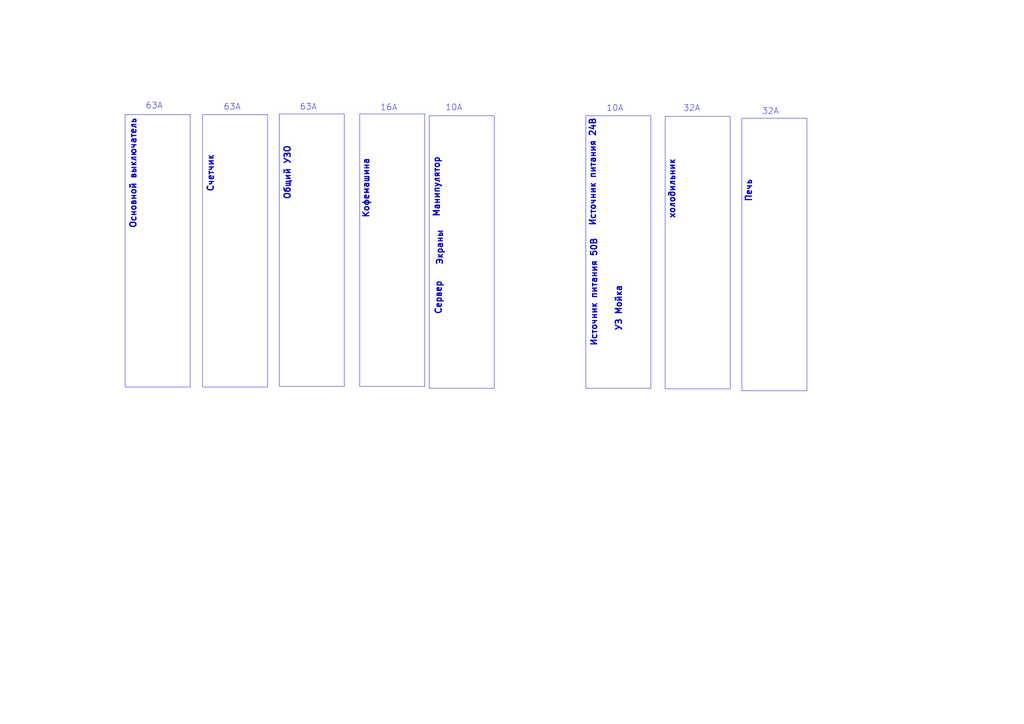
<source format=kicad_sch>
(kicad_sch
	(version 20231120)
	(generator "eeschema")
	(generator_version "8.0")
	(uuid "7771b801-49dc-4db1-9c93-a5551773c172")
	(paper "A3")
	(lib_symbols)
	(rectangle
		(start 176.022 47.498)
		(end 202.692 159.258)
		(stroke
			(width 0)
			(type default)
		)
		(fill
			(type none)
		)
		(uuid 573124fc-d9a9-4aee-a9bf-24073a92407f)
	)
	(rectangle
		(start 114.554 46.736)
		(end 141.224 158.496)
		(stroke
			(width 0)
			(type default)
		)
		(fill
			(type none)
		)
		(uuid 67444497-2632-4f00-8156-d14f955008ae)
	)
	(rectangle
		(start 304.292 48.514)
		(end 330.962 160.274)
		(stroke
			(width 0)
			(type default)
		)
		(fill
			(type none)
		)
		(uuid 77f51867-482d-41bc-ad71-d318e09d8891)
	)
	(rectangle
		(start 240.284 47.498)
		(end 266.954 159.258)
		(stroke
			(width 0)
			(type default)
		)
		(fill
			(type none)
		)
		(uuid 7b68f4f5-bb55-4665-b8c4-3bcc167aa3ba)
	)
	(rectangle
		(start 272.796 47.752)
		(end 299.466 159.512)
		(stroke
			(width 0)
			(type default)
		)
		(fill
			(type none)
		)
		(uuid 88173f65-87cd-4833-88bb-5e17b18a34a4)
	)
	(rectangle
		(start 51.308 46.99)
		(end 77.978 158.75)
		(stroke
			(width 0)
			(type default)
		)
		(fill
			(type none)
		)
		(uuid 94506469-e15c-4b9a-ab75-d08391f9d80f)
	)
	(rectangle
		(start 147.574 46.736)
		(end 174.244 158.496)
		(stroke
			(width 0)
			(type default)
		)
		(fill
			(type none)
		)
		(uuid bdb53ffa-027a-4b2e-90ee-d1852004fc19)
	)
	(rectangle
		(start 83.058 46.99)
		(end 109.728 158.75)
		(stroke
			(width 0)
			(type default)
		)
		(fill
			(type none)
		)
		(uuid f39e8e32-fc25-4b30-8ea8-ca4a75bd4793)
	)
	(text "Кофемашина"
		(exclude_from_sim no)
		(at 150.114 77.216 90)
		(effects
			(font
				(size 2.5 2.5)
				(thickness 0.5)
				(bold yes)
			)
		)
		(uuid "02d88d68-fd3a-4cfc-9ca1-1d50a241e4d2")
	)
	(text "УЗ Мойка"
		(exclude_from_sim no)
		(at 253.746 126.492 90)
		(effects
			(font
				(size 2.5 2.5)
				(thickness 0.5)
				(bold yes)
			)
		)
		(uuid "05997907-4ea7-4bc2-ab5f-cc743aae4c0a")
	)
	(text "Экраны"
		(exclude_from_sim no)
		(at 180.34 101.6 90)
		(effects
			(font
				(size 2.5 2.5)
				(thickness 0.5)
				(bold yes)
			)
		)
		(uuid "3eb02d48-cd83-4aa7-8b66-18d71ec9f26a")
	)
	(text "32А"
		(exclude_from_sim no)
		(at 283.718 44.45 0)
		(effects
			(font
				(size 2.5 2.5)
			)
		)
		(uuid "513b6b99-e707-416f-8557-ff1714d5aaf3")
	)
	(text "Печь"
		(exclude_from_sim no)
		(at 307.086 78.232 90)
		(effects
			(font
				(size 2.5 2.5)
				(thickness 0.5)
				(bold yes)
			)
		)
		(uuid "5d0e881c-d094-4d1f-af7c-96bb4a22d9b9")
	)
	(text "Манипулятор"
		(exclude_from_sim no)
		(at 179.07 76.708 90)
		(effects
			(font
				(size 2.5 2.5)
				(thickness 0.5)
				(bold yes)
			)
		)
		(uuid "62afe0ab-9fe2-4e48-8755-77b7fb18a8c2")
	)
	(text "Общий УЗО"
		(exclude_from_sim no)
		(at 117.856 70.866 90)
		(effects
			(font
				(size 2.5 2.5)
				(thickness 0.5)
				(bold yes)
			)
		)
		(uuid "6b880283-6a6c-4384-b722-1c9c9299f898")
	)
	(text "10А"
		(exclude_from_sim no)
		(at 186.182 44.196 0)
		(effects
			(font
				(size 2.5 2.5)
			)
		)
		(uuid "7c0321ce-8639-430a-8444-586a3c154e5e")
	)
	(text "Сервер"
		(exclude_from_sim no)
		(at 179.832 122.174 90)
		(effects
			(font
				(size 2.5 2.5)
				(thickness 0.5)
				(bold yes)
			)
		)
		(uuid "7e55fb8e-0753-478b-95a5-7f99238ab891")
	)
	(text "Источник питания 50В"
		(exclude_from_sim no)
		(at 243.586 119.888 90)
		(effects
			(font
				(size 2.5 2.5)
				(thickness 0.5)
				(bold yes)
			)
		)
		(uuid "84abc688-d3ef-4f02-8206-52733eb38d9f")
	)
	(text "63А"
		(exclude_from_sim no)
		(at 126.492 43.942 0)
		(effects
			(font
				(size 2.5 2.5)
			)
		)
		(uuid "9a9aa633-200c-4a7d-a558-29e0c62551d0")
	)
	(text "10А"
		(exclude_from_sim no)
		(at 252.222 44.45 0)
		(effects
			(font
				(size 2.5 2.5)
			)
		)
		(uuid "9c3a10b5-09eb-43cf-aefe-399fb4022d67")
	)
	(text "холодильник"
		(exclude_from_sim no)
		(at 275.59 77.47 90)
		(effects
			(font
				(size 2.5 2.5)
				(thickness 0.5)
				(bold yes)
			)
		)
		(uuid "a7cc8cf2-dd4b-4548-a855-e160c851ae05")
	)
	(text "Основной выключатель"
		(exclude_from_sim no)
		(at 54.61 71.12 90)
		(effects
			(font
				(size 2.5 2.5)
				(thickness 0.5)
				(bold yes)
			)
		)
		(uuid "b9b19abb-683e-4bf2-a9c5-75b9568e22e3")
	)
	(text "Счетчик"
		(exclude_from_sim no)
		(at 86.36 71.12 90)
		(effects
			(font
				(size 2.5 2.5)
				(thickness 0.5)
				(bold yes)
			)
		)
		(uuid "c0601618-ea1b-4023-8055-b2c9f5721627")
	)
	(text "63А"
		(exclude_from_sim no)
		(at 63.246 43.434 0)
		(effects
			(font
				(size 2.5 2.5)
			)
		)
		(uuid "c8cae4d5-8ff2-42f4-b894-afeac54105aa")
	)
	(text "32А"
		(exclude_from_sim no)
		(at 315.976 45.72 0)
		(effects
			(font
				(size 2.5 2.5)
			)
		)
		(uuid "cbbcf2e9-6af5-47b9-843f-b97364cbef62")
	)
	(text "Источник питания 24В"
		(exclude_from_sim no)
		(at 243.078 70.612 90)
		(effects
			(font
				(size 2.5 2.5)
				(thickness 0.5)
				(bold yes)
			)
		)
		(uuid "decadff5-fbe6-4483-a3c0-37030bbb5b36")
	)
	(text "16А"
		(exclude_from_sim no)
		(at 159.512 44.196 0)
		(effects
			(font
				(size 2.5 2.5)
			)
		)
		(uuid "ecb16093-6823-4720-af95-14739fa9ea01")
	)
	(text "63А"
		(exclude_from_sim no)
		(at 95.25 43.942 0)
		(effects
			(font
				(size 2.5 2.5)
			)
		)
		(uuid "f77657fb-c0eb-4890-882c-06b9f2959cea")
	)
)

</source>
